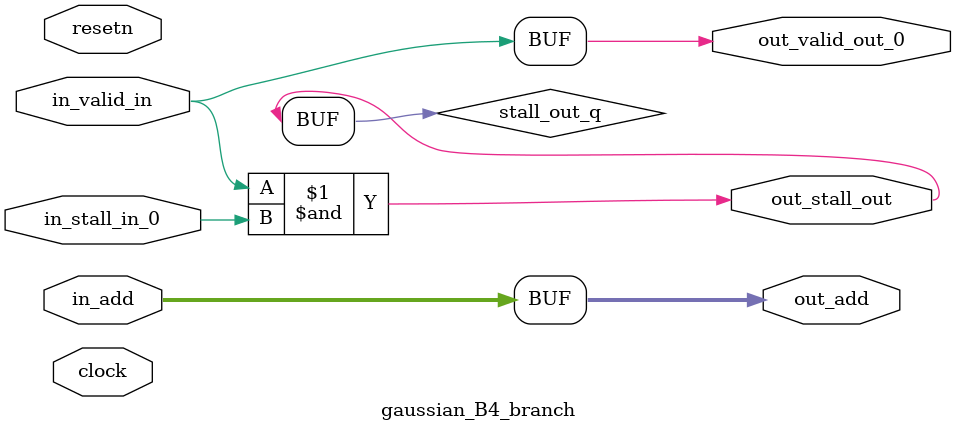
<source format=sv>



(* altera_attribute = "-name AUTO_SHIFT_REGISTER_RECOGNITION OFF; -name MESSAGE_DISABLE 10036; -name MESSAGE_DISABLE 10037; -name MESSAGE_DISABLE 14130; -name MESSAGE_DISABLE 14320; -name MESSAGE_DISABLE 15400; -name MESSAGE_DISABLE 14130; -name MESSAGE_DISABLE 10036; -name MESSAGE_DISABLE 12020; -name MESSAGE_DISABLE 12030; -name MESSAGE_DISABLE 12010; -name MESSAGE_DISABLE 12110; -name MESSAGE_DISABLE 14320; -name MESSAGE_DISABLE 13410; -name MESSAGE_DISABLE 113007; -name MESSAGE_DISABLE 10958" *)
module gaussian_B4_branch (
    input wire [31:0] in_add,
    input wire [0:0] in_stall_in_0,
    input wire [0:0] in_valid_in,
    output wire [31:0] out_add,
    output wire [0:0] out_stall_out,
    output wire [0:0] out_valid_out_0,
    input wire clock,
    input wire resetn
    );

    wire [0:0] stall_out_q;


    // out_add(GPOUT,5)
    assign out_add = in_add;

    // stall_out(LOGICAL,8)
    assign stall_out_q = in_valid_in & in_stall_in_0;

    // out_stall_out(GPOUT,6)
    assign out_stall_out = stall_out_q;

    // out_valid_out_0(GPOUT,7)
    assign out_valid_out_0 = in_valid_in;

endmodule

</source>
